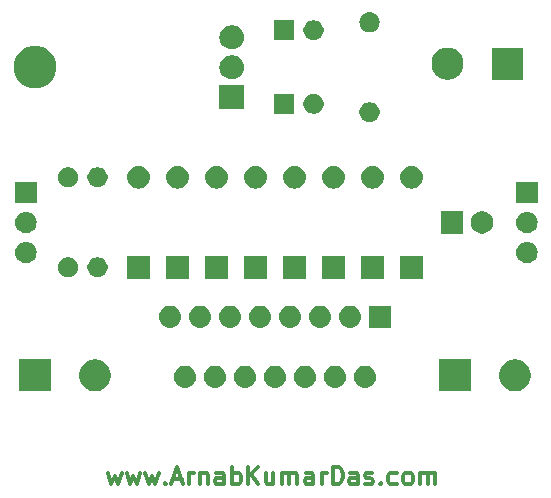
<source format=gbr>
G04 #@! TF.GenerationSoftware,KiCad,Pcbnew,(5.0.2)-1*
G04 #@! TF.CreationDate,2020-05-10T23:04:12+05:30*
G04 #@! TF.ProjectId,L298 Module,4c323938-204d-46f6-9475-6c652e6b6963,V1.0*
G04 #@! TF.SameCoordinates,Original*
G04 #@! TF.FileFunction,Soldermask,Top*
G04 #@! TF.FilePolarity,Negative*
%FSLAX46Y46*%
G04 Gerber Fmt 4.6, Leading zero omitted, Abs format (unit mm)*
G04 Created by KiCad (PCBNEW (5.0.2)-1) date 05/10/20 23:04:12*
%MOMM*%
%LPD*%
G01*
G04 APERTURE LIST*
%ADD10C,0.300000*%
%ADD11C,0.100000*%
G04 APERTURE END LIST*
D10*
X131921576Y-117960990D02*
X132207290Y-118960990D01*
X132493005Y-118246704D01*
X132778719Y-118960990D01*
X133064433Y-117960990D01*
X133493005Y-117960990D02*
X133778719Y-118960990D01*
X134064433Y-118246704D01*
X134350148Y-118960990D01*
X134635862Y-117960990D01*
X135064433Y-117960990D02*
X135350148Y-118960990D01*
X135635862Y-118246704D01*
X135921576Y-118960990D01*
X136207290Y-117960990D01*
X136778719Y-118818133D02*
X136850148Y-118889561D01*
X136778719Y-118960990D01*
X136707290Y-118889561D01*
X136778719Y-118818133D01*
X136778719Y-118960990D01*
X137421576Y-118532419D02*
X138135862Y-118532419D01*
X137278719Y-118960990D02*
X137778719Y-117460990D01*
X138278719Y-118960990D01*
X138778719Y-118960990D02*
X138778719Y-117960990D01*
X138778719Y-118246704D02*
X138850148Y-118103847D01*
X138921576Y-118032419D01*
X139064433Y-117960990D01*
X139207290Y-117960990D01*
X139707290Y-117960990D02*
X139707290Y-118960990D01*
X139707290Y-118103847D02*
X139778719Y-118032419D01*
X139921576Y-117960990D01*
X140135862Y-117960990D01*
X140278719Y-118032419D01*
X140350148Y-118175276D01*
X140350148Y-118960990D01*
X141707290Y-118960990D02*
X141707290Y-118175276D01*
X141635862Y-118032419D01*
X141493005Y-117960990D01*
X141207290Y-117960990D01*
X141064433Y-118032419D01*
X141707290Y-118889561D02*
X141564433Y-118960990D01*
X141207290Y-118960990D01*
X141064433Y-118889561D01*
X140993005Y-118746704D01*
X140993005Y-118603847D01*
X141064433Y-118460990D01*
X141207290Y-118389561D01*
X141564433Y-118389561D01*
X141707290Y-118318133D01*
X142421576Y-118960990D02*
X142421576Y-117460990D01*
X142421576Y-118032419D02*
X142564433Y-117960990D01*
X142850148Y-117960990D01*
X142993005Y-118032419D01*
X143064433Y-118103847D01*
X143135862Y-118246704D01*
X143135862Y-118675276D01*
X143064433Y-118818133D01*
X142993005Y-118889561D01*
X142850148Y-118960990D01*
X142564433Y-118960990D01*
X142421576Y-118889561D01*
X143778719Y-118960990D02*
X143778719Y-117460990D01*
X144635862Y-118960990D02*
X143993005Y-118103847D01*
X144635862Y-117460990D02*
X143778719Y-118318133D01*
X145921576Y-117960990D02*
X145921576Y-118960990D01*
X145278719Y-117960990D02*
X145278719Y-118746704D01*
X145350148Y-118889561D01*
X145493005Y-118960990D01*
X145707290Y-118960990D01*
X145850148Y-118889561D01*
X145921576Y-118818133D01*
X146635862Y-118960990D02*
X146635862Y-117960990D01*
X146635862Y-118103847D02*
X146707290Y-118032419D01*
X146850148Y-117960990D01*
X147064433Y-117960990D01*
X147207290Y-118032419D01*
X147278719Y-118175276D01*
X147278719Y-118960990D01*
X147278719Y-118175276D02*
X147350148Y-118032419D01*
X147493005Y-117960990D01*
X147707290Y-117960990D01*
X147850148Y-118032419D01*
X147921576Y-118175276D01*
X147921576Y-118960990D01*
X149278719Y-118960990D02*
X149278719Y-118175276D01*
X149207290Y-118032419D01*
X149064433Y-117960990D01*
X148778719Y-117960990D01*
X148635862Y-118032419D01*
X149278719Y-118889561D02*
X149135862Y-118960990D01*
X148778719Y-118960990D01*
X148635862Y-118889561D01*
X148564433Y-118746704D01*
X148564433Y-118603847D01*
X148635862Y-118460990D01*
X148778719Y-118389561D01*
X149135862Y-118389561D01*
X149278719Y-118318133D01*
X149993005Y-118960990D02*
X149993005Y-117960990D01*
X149993005Y-118246704D02*
X150064433Y-118103847D01*
X150135862Y-118032419D01*
X150278719Y-117960990D01*
X150421576Y-117960990D01*
X150921576Y-118960990D02*
X150921576Y-117460990D01*
X151278719Y-117460990D01*
X151493005Y-117532419D01*
X151635862Y-117675276D01*
X151707290Y-117818133D01*
X151778719Y-118103847D01*
X151778719Y-118318133D01*
X151707290Y-118603847D01*
X151635862Y-118746704D01*
X151493005Y-118889561D01*
X151278719Y-118960990D01*
X150921576Y-118960990D01*
X153064433Y-118960990D02*
X153064433Y-118175276D01*
X152993005Y-118032419D01*
X152850148Y-117960990D01*
X152564433Y-117960990D01*
X152421576Y-118032419D01*
X153064433Y-118889561D02*
X152921576Y-118960990D01*
X152564433Y-118960990D01*
X152421576Y-118889561D01*
X152350148Y-118746704D01*
X152350148Y-118603847D01*
X152421576Y-118460990D01*
X152564433Y-118389561D01*
X152921576Y-118389561D01*
X153064433Y-118318133D01*
X153707290Y-118889561D02*
X153850148Y-118960990D01*
X154135862Y-118960990D01*
X154278719Y-118889561D01*
X154350148Y-118746704D01*
X154350148Y-118675276D01*
X154278719Y-118532419D01*
X154135862Y-118460990D01*
X153921576Y-118460990D01*
X153778719Y-118389561D01*
X153707290Y-118246704D01*
X153707290Y-118175276D01*
X153778719Y-118032419D01*
X153921576Y-117960990D01*
X154135862Y-117960990D01*
X154278719Y-118032419D01*
X154993005Y-118818133D02*
X155064433Y-118889561D01*
X154993005Y-118960990D01*
X154921576Y-118889561D01*
X154993005Y-118818133D01*
X154993005Y-118960990D01*
X156350148Y-118889561D02*
X156207290Y-118960990D01*
X155921576Y-118960990D01*
X155778719Y-118889561D01*
X155707290Y-118818133D01*
X155635862Y-118675276D01*
X155635862Y-118246704D01*
X155707290Y-118103847D01*
X155778719Y-118032419D01*
X155921576Y-117960990D01*
X156207290Y-117960990D01*
X156350148Y-118032419D01*
X157207290Y-118960990D02*
X157064433Y-118889561D01*
X156993005Y-118818133D01*
X156921576Y-118675276D01*
X156921576Y-118246704D01*
X156993005Y-118103847D01*
X157064433Y-118032419D01*
X157207290Y-117960990D01*
X157421576Y-117960990D01*
X157564433Y-118032419D01*
X157635862Y-118103847D01*
X157707290Y-118246704D01*
X157707290Y-118675276D01*
X157635862Y-118818133D01*
X157564433Y-118889561D01*
X157421576Y-118960990D01*
X157207290Y-118960990D01*
X158350148Y-118960990D02*
X158350148Y-117960990D01*
X158350148Y-118103847D02*
X158421576Y-118032419D01*
X158564433Y-117960990D01*
X158778719Y-117960990D01*
X158921576Y-118032419D01*
X158993005Y-118175276D01*
X158993005Y-118960990D01*
X158993005Y-118175276D02*
X159064433Y-118032419D01*
X159207290Y-117960990D01*
X159421576Y-117960990D01*
X159564433Y-118032419D01*
X159635862Y-118175276D01*
X159635862Y-118960990D01*
D11*
G36*
X166633567Y-108402959D02*
X166764072Y-108428918D01*
X167009939Y-108530759D01*
X167230464Y-108678110D01*
X167231215Y-108678612D01*
X167419388Y-108866785D01*
X167419390Y-108866788D01*
X167567241Y-109088061D01*
X167669082Y-109333928D01*
X167721000Y-109594938D01*
X167721000Y-109861062D01*
X167669082Y-110122072D01*
X167567241Y-110367939D01*
X167419890Y-110588464D01*
X167419388Y-110589215D01*
X167231215Y-110777388D01*
X167231212Y-110777390D01*
X167009939Y-110925241D01*
X166764072Y-111027082D01*
X166633567Y-111053041D01*
X166503063Y-111079000D01*
X166236937Y-111079000D01*
X166106433Y-111053041D01*
X165975928Y-111027082D01*
X165730061Y-110925241D01*
X165508788Y-110777390D01*
X165508785Y-110777388D01*
X165320612Y-110589215D01*
X165320110Y-110588464D01*
X165172759Y-110367939D01*
X165070918Y-110122072D01*
X165019000Y-109861062D01*
X165019000Y-109594938D01*
X165070918Y-109333928D01*
X165172759Y-109088061D01*
X165320610Y-108866788D01*
X165320612Y-108866785D01*
X165508785Y-108678612D01*
X165509536Y-108678110D01*
X165730061Y-108530759D01*
X165975928Y-108428918D01*
X166106433Y-108402959D01*
X166236937Y-108377000D01*
X166503063Y-108377000D01*
X166633567Y-108402959D01*
X166633567Y-108402959D01*
G37*
G36*
X162641000Y-111079000D02*
X159939000Y-111079000D01*
X159939000Y-108377000D01*
X162641000Y-108377000D01*
X162641000Y-111079000D01*
X162641000Y-111079000D01*
G37*
G36*
X131073567Y-108402959D02*
X131204072Y-108428918D01*
X131449939Y-108530759D01*
X131670464Y-108678110D01*
X131671215Y-108678612D01*
X131859388Y-108866785D01*
X131859390Y-108866788D01*
X132007241Y-109088061D01*
X132109082Y-109333928D01*
X132161000Y-109594938D01*
X132161000Y-109861062D01*
X132109082Y-110122072D01*
X132007241Y-110367939D01*
X131859890Y-110588464D01*
X131859388Y-110589215D01*
X131671215Y-110777388D01*
X131671212Y-110777390D01*
X131449939Y-110925241D01*
X131204072Y-111027082D01*
X131073567Y-111053041D01*
X130943063Y-111079000D01*
X130676937Y-111079000D01*
X130546433Y-111053041D01*
X130415928Y-111027082D01*
X130170061Y-110925241D01*
X129948788Y-110777390D01*
X129948785Y-110777388D01*
X129760612Y-110589215D01*
X129760110Y-110588464D01*
X129612759Y-110367939D01*
X129510918Y-110122072D01*
X129459000Y-109861062D01*
X129459000Y-109594938D01*
X129510918Y-109333928D01*
X129612759Y-109088061D01*
X129760610Y-108866788D01*
X129760612Y-108866785D01*
X129948785Y-108678612D01*
X129949536Y-108678110D01*
X130170061Y-108530759D01*
X130415928Y-108428918D01*
X130546433Y-108402959D01*
X130676937Y-108377000D01*
X130943063Y-108377000D01*
X131073567Y-108402959D01*
X131073567Y-108402959D01*
G37*
G36*
X127081000Y-111079000D02*
X124379000Y-111079000D01*
X124379000Y-108377000D01*
X127081000Y-108377000D01*
X127081000Y-111079000D01*
X127081000Y-111079000D01*
G37*
G36*
X146236425Y-108917760D02*
X146236428Y-108917761D01*
X146236429Y-108917761D01*
X146415693Y-108972140D01*
X146415695Y-108972141D01*
X146580905Y-109060448D01*
X146725712Y-109179288D01*
X146844552Y-109324095D01*
X146844553Y-109324097D01*
X146932860Y-109489307D01*
X146987239Y-109668571D01*
X146987240Y-109668575D01*
X147005601Y-109855000D01*
X146987240Y-110041425D01*
X146987239Y-110041428D01*
X146987239Y-110041429D01*
X146962777Y-110122071D01*
X146932859Y-110220695D01*
X146844552Y-110385905D01*
X146725712Y-110530712D01*
X146580905Y-110649552D01*
X146580903Y-110649553D01*
X146415693Y-110737860D01*
X146236429Y-110792239D01*
X146236428Y-110792239D01*
X146236425Y-110792240D01*
X146096718Y-110806000D01*
X146003282Y-110806000D01*
X145863575Y-110792240D01*
X145863572Y-110792239D01*
X145863571Y-110792239D01*
X145684307Y-110737860D01*
X145519097Y-110649553D01*
X145519095Y-110649552D01*
X145374288Y-110530712D01*
X145255448Y-110385905D01*
X145167141Y-110220695D01*
X145137224Y-110122071D01*
X145112761Y-110041429D01*
X145112761Y-110041428D01*
X145112760Y-110041425D01*
X145094399Y-109855000D01*
X145112760Y-109668575D01*
X145112761Y-109668571D01*
X145167140Y-109489307D01*
X145255447Y-109324097D01*
X145255448Y-109324095D01*
X145374288Y-109179288D01*
X145519095Y-109060448D01*
X145684305Y-108972141D01*
X145684307Y-108972140D01*
X145863571Y-108917761D01*
X145863572Y-108917761D01*
X145863575Y-108917760D01*
X146003282Y-108904000D01*
X146096718Y-108904000D01*
X146236425Y-108917760D01*
X146236425Y-108917760D01*
G37*
G36*
X153856425Y-108917760D02*
X153856428Y-108917761D01*
X153856429Y-108917761D01*
X154035693Y-108972140D01*
X154035695Y-108972141D01*
X154200905Y-109060448D01*
X154345712Y-109179288D01*
X154464552Y-109324095D01*
X154464553Y-109324097D01*
X154552860Y-109489307D01*
X154607239Y-109668571D01*
X154607240Y-109668575D01*
X154625601Y-109855000D01*
X154607240Y-110041425D01*
X154607239Y-110041428D01*
X154607239Y-110041429D01*
X154582777Y-110122071D01*
X154552859Y-110220695D01*
X154464552Y-110385905D01*
X154345712Y-110530712D01*
X154200905Y-110649552D01*
X154200903Y-110649553D01*
X154035693Y-110737860D01*
X153856429Y-110792239D01*
X153856428Y-110792239D01*
X153856425Y-110792240D01*
X153716718Y-110806000D01*
X153623282Y-110806000D01*
X153483575Y-110792240D01*
X153483572Y-110792239D01*
X153483571Y-110792239D01*
X153304307Y-110737860D01*
X153139097Y-110649553D01*
X153139095Y-110649552D01*
X152994288Y-110530712D01*
X152875448Y-110385905D01*
X152787141Y-110220695D01*
X152757224Y-110122071D01*
X152732761Y-110041429D01*
X152732761Y-110041428D01*
X152732760Y-110041425D01*
X152714399Y-109855000D01*
X152732760Y-109668575D01*
X152732761Y-109668571D01*
X152787140Y-109489307D01*
X152875447Y-109324097D01*
X152875448Y-109324095D01*
X152994288Y-109179288D01*
X153139095Y-109060448D01*
X153304305Y-108972141D01*
X153304307Y-108972140D01*
X153483571Y-108917761D01*
X153483572Y-108917761D01*
X153483575Y-108917760D01*
X153623282Y-108904000D01*
X153716718Y-108904000D01*
X153856425Y-108917760D01*
X153856425Y-108917760D01*
G37*
G36*
X151316425Y-108917760D02*
X151316428Y-108917761D01*
X151316429Y-108917761D01*
X151495693Y-108972140D01*
X151495695Y-108972141D01*
X151660905Y-109060448D01*
X151805712Y-109179288D01*
X151924552Y-109324095D01*
X151924553Y-109324097D01*
X152012860Y-109489307D01*
X152067239Y-109668571D01*
X152067240Y-109668575D01*
X152085601Y-109855000D01*
X152067240Y-110041425D01*
X152067239Y-110041428D01*
X152067239Y-110041429D01*
X152042777Y-110122071D01*
X152012859Y-110220695D01*
X151924552Y-110385905D01*
X151805712Y-110530712D01*
X151660905Y-110649552D01*
X151660903Y-110649553D01*
X151495693Y-110737860D01*
X151316429Y-110792239D01*
X151316428Y-110792239D01*
X151316425Y-110792240D01*
X151176718Y-110806000D01*
X151083282Y-110806000D01*
X150943575Y-110792240D01*
X150943572Y-110792239D01*
X150943571Y-110792239D01*
X150764307Y-110737860D01*
X150599097Y-110649553D01*
X150599095Y-110649552D01*
X150454288Y-110530712D01*
X150335448Y-110385905D01*
X150247141Y-110220695D01*
X150217224Y-110122071D01*
X150192761Y-110041429D01*
X150192761Y-110041428D01*
X150192760Y-110041425D01*
X150174399Y-109855000D01*
X150192760Y-109668575D01*
X150192761Y-109668571D01*
X150247140Y-109489307D01*
X150335447Y-109324097D01*
X150335448Y-109324095D01*
X150454288Y-109179288D01*
X150599095Y-109060448D01*
X150764305Y-108972141D01*
X150764307Y-108972140D01*
X150943571Y-108917761D01*
X150943572Y-108917761D01*
X150943575Y-108917760D01*
X151083282Y-108904000D01*
X151176718Y-108904000D01*
X151316425Y-108917760D01*
X151316425Y-108917760D01*
G37*
G36*
X148776425Y-108917760D02*
X148776428Y-108917761D01*
X148776429Y-108917761D01*
X148955693Y-108972140D01*
X148955695Y-108972141D01*
X149120905Y-109060448D01*
X149265712Y-109179288D01*
X149384552Y-109324095D01*
X149384553Y-109324097D01*
X149472860Y-109489307D01*
X149527239Y-109668571D01*
X149527240Y-109668575D01*
X149545601Y-109855000D01*
X149527240Y-110041425D01*
X149527239Y-110041428D01*
X149527239Y-110041429D01*
X149502777Y-110122071D01*
X149472859Y-110220695D01*
X149384552Y-110385905D01*
X149265712Y-110530712D01*
X149120905Y-110649552D01*
X149120903Y-110649553D01*
X148955693Y-110737860D01*
X148776429Y-110792239D01*
X148776428Y-110792239D01*
X148776425Y-110792240D01*
X148636718Y-110806000D01*
X148543282Y-110806000D01*
X148403575Y-110792240D01*
X148403572Y-110792239D01*
X148403571Y-110792239D01*
X148224307Y-110737860D01*
X148059097Y-110649553D01*
X148059095Y-110649552D01*
X147914288Y-110530712D01*
X147795448Y-110385905D01*
X147707141Y-110220695D01*
X147677224Y-110122071D01*
X147652761Y-110041429D01*
X147652761Y-110041428D01*
X147652760Y-110041425D01*
X147634399Y-109855000D01*
X147652760Y-109668575D01*
X147652761Y-109668571D01*
X147707140Y-109489307D01*
X147795447Y-109324097D01*
X147795448Y-109324095D01*
X147914288Y-109179288D01*
X148059095Y-109060448D01*
X148224305Y-108972141D01*
X148224307Y-108972140D01*
X148403571Y-108917761D01*
X148403572Y-108917761D01*
X148403575Y-108917760D01*
X148543282Y-108904000D01*
X148636718Y-108904000D01*
X148776425Y-108917760D01*
X148776425Y-108917760D01*
G37*
G36*
X143696425Y-108917760D02*
X143696428Y-108917761D01*
X143696429Y-108917761D01*
X143875693Y-108972140D01*
X143875695Y-108972141D01*
X144040905Y-109060448D01*
X144185712Y-109179288D01*
X144304552Y-109324095D01*
X144304553Y-109324097D01*
X144392860Y-109489307D01*
X144447239Y-109668571D01*
X144447240Y-109668575D01*
X144465601Y-109855000D01*
X144447240Y-110041425D01*
X144447239Y-110041428D01*
X144447239Y-110041429D01*
X144422777Y-110122071D01*
X144392859Y-110220695D01*
X144304552Y-110385905D01*
X144185712Y-110530712D01*
X144040905Y-110649552D01*
X144040903Y-110649553D01*
X143875693Y-110737860D01*
X143696429Y-110792239D01*
X143696428Y-110792239D01*
X143696425Y-110792240D01*
X143556718Y-110806000D01*
X143463282Y-110806000D01*
X143323575Y-110792240D01*
X143323572Y-110792239D01*
X143323571Y-110792239D01*
X143144307Y-110737860D01*
X142979097Y-110649553D01*
X142979095Y-110649552D01*
X142834288Y-110530712D01*
X142715448Y-110385905D01*
X142627141Y-110220695D01*
X142597224Y-110122071D01*
X142572761Y-110041429D01*
X142572761Y-110041428D01*
X142572760Y-110041425D01*
X142554399Y-109855000D01*
X142572760Y-109668575D01*
X142572761Y-109668571D01*
X142627140Y-109489307D01*
X142715447Y-109324097D01*
X142715448Y-109324095D01*
X142834288Y-109179288D01*
X142979095Y-109060448D01*
X143144305Y-108972141D01*
X143144307Y-108972140D01*
X143323571Y-108917761D01*
X143323572Y-108917761D01*
X143323575Y-108917760D01*
X143463282Y-108904000D01*
X143556718Y-108904000D01*
X143696425Y-108917760D01*
X143696425Y-108917760D01*
G37*
G36*
X141156425Y-108917760D02*
X141156428Y-108917761D01*
X141156429Y-108917761D01*
X141335693Y-108972140D01*
X141335695Y-108972141D01*
X141500905Y-109060448D01*
X141645712Y-109179288D01*
X141764552Y-109324095D01*
X141764553Y-109324097D01*
X141852860Y-109489307D01*
X141907239Y-109668571D01*
X141907240Y-109668575D01*
X141925601Y-109855000D01*
X141907240Y-110041425D01*
X141907239Y-110041428D01*
X141907239Y-110041429D01*
X141882777Y-110122071D01*
X141852859Y-110220695D01*
X141764552Y-110385905D01*
X141645712Y-110530712D01*
X141500905Y-110649552D01*
X141500903Y-110649553D01*
X141335693Y-110737860D01*
X141156429Y-110792239D01*
X141156428Y-110792239D01*
X141156425Y-110792240D01*
X141016718Y-110806000D01*
X140923282Y-110806000D01*
X140783575Y-110792240D01*
X140783572Y-110792239D01*
X140783571Y-110792239D01*
X140604307Y-110737860D01*
X140439097Y-110649553D01*
X140439095Y-110649552D01*
X140294288Y-110530712D01*
X140175448Y-110385905D01*
X140087141Y-110220695D01*
X140057224Y-110122071D01*
X140032761Y-110041429D01*
X140032761Y-110041428D01*
X140032760Y-110041425D01*
X140014399Y-109855000D01*
X140032760Y-109668575D01*
X140032761Y-109668571D01*
X140087140Y-109489307D01*
X140175447Y-109324097D01*
X140175448Y-109324095D01*
X140294288Y-109179288D01*
X140439095Y-109060448D01*
X140604305Y-108972141D01*
X140604307Y-108972140D01*
X140783571Y-108917761D01*
X140783572Y-108917761D01*
X140783575Y-108917760D01*
X140923282Y-108904000D01*
X141016718Y-108904000D01*
X141156425Y-108917760D01*
X141156425Y-108917760D01*
G37*
G36*
X138616425Y-108917760D02*
X138616428Y-108917761D01*
X138616429Y-108917761D01*
X138795693Y-108972140D01*
X138795695Y-108972141D01*
X138960905Y-109060448D01*
X139105712Y-109179288D01*
X139224552Y-109324095D01*
X139224553Y-109324097D01*
X139312860Y-109489307D01*
X139367239Y-109668571D01*
X139367240Y-109668575D01*
X139385601Y-109855000D01*
X139367240Y-110041425D01*
X139367239Y-110041428D01*
X139367239Y-110041429D01*
X139342777Y-110122071D01*
X139312859Y-110220695D01*
X139224552Y-110385905D01*
X139105712Y-110530712D01*
X138960905Y-110649552D01*
X138960903Y-110649553D01*
X138795693Y-110737860D01*
X138616429Y-110792239D01*
X138616428Y-110792239D01*
X138616425Y-110792240D01*
X138476718Y-110806000D01*
X138383282Y-110806000D01*
X138243575Y-110792240D01*
X138243572Y-110792239D01*
X138243571Y-110792239D01*
X138064307Y-110737860D01*
X137899097Y-110649553D01*
X137899095Y-110649552D01*
X137754288Y-110530712D01*
X137635448Y-110385905D01*
X137547141Y-110220695D01*
X137517224Y-110122071D01*
X137492761Y-110041429D01*
X137492761Y-110041428D01*
X137492760Y-110041425D01*
X137474399Y-109855000D01*
X137492760Y-109668575D01*
X137492761Y-109668571D01*
X137547140Y-109489307D01*
X137635447Y-109324097D01*
X137635448Y-109324095D01*
X137754288Y-109179288D01*
X137899095Y-109060448D01*
X138064305Y-108972141D01*
X138064307Y-108972140D01*
X138243571Y-108917761D01*
X138243572Y-108917761D01*
X138243575Y-108917760D01*
X138383282Y-108904000D01*
X138476718Y-108904000D01*
X138616425Y-108917760D01*
X138616425Y-108917760D01*
G37*
G36*
X152586425Y-103837760D02*
X152586428Y-103837761D01*
X152586429Y-103837761D01*
X152765693Y-103892140D01*
X152765695Y-103892141D01*
X152930905Y-103980448D01*
X153075712Y-104099288D01*
X153194552Y-104244095D01*
X153282859Y-104409305D01*
X153337240Y-104588575D01*
X153355601Y-104775000D01*
X153337240Y-104961425D01*
X153282859Y-105140695D01*
X153194552Y-105305905D01*
X153075712Y-105450712D01*
X152930905Y-105569552D01*
X152930903Y-105569553D01*
X152765693Y-105657860D01*
X152586429Y-105712239D01*
X152586428Y-105712239D01*
X152586425Y-105712240D01*
X152446718Y-105726000D01*
X152353282Y-105726000D01*
X152213575Y-105712240D01*
X152213572Y-105712239D01*
X152213571Y-105712239D01*
X152034307Y-105657860D01*
X151869097Y-105569553D01*
X151869095Y-105569552D01*
X151724288Y-105450712D01*
X151605448Y-105305905D01*
X151517141Y-105140695D01*
X151462760Y-104961425D01*
X151444399Y-104775000D01*
X151462760Y-104588575D01*
X151517141Y-104409305D01*
X151605448Y-104244095D01*
X151724288Y-104099288D01*
X151869095Y-103980448D01*
X152034305Y-103892141D01*
X152034307Y-103892140D01*
X152213571Y-103837761D01*
X152213572Y-103837761D01*
X152213575Y-103837760D01*
X152353282Y-103824000D01*
X152446718Y-103824000D01*
X152586425Y-103837760D01*
X152586425Y-103837760D01*
G37*
G36*
X137346425Y-103837760D02*
X137346428Y-103837761D01*
X137346429Y-103837761D01*
X137525693Y-103892140D01*
X137525695Y-103892141D01*
X137690905Y-103980448D01*
X137835712Y-104099288D01*
X137954552Y-104244095D01*
X138042859Y-104409305D01*
X138097240Y-104588575D01*
X138115601Y-104775000D01*
X138097240Y-104961425D01*
X138042859Y-105140695D01*
X137954552Y-105305905D01*
X137835712Y-105450712D01*
X137690905Y-105569552D01*
X137690903Y-105569553D01*
X137525693Y-105657860D01*
X137346429Y-105712239D01*
X137346428Y-105712239D01*
X137346425Y-105712240D01*
X137206718Y-105726000D01*
X137113282Y-105726000D01*
X136973575Y-105712240D01*
X136973572Y-105712239D01*
X136973571Y-105712239D01*
X136794307Y-105657860D01*
X136629097Y-105569553D01*
X136629095Y-105569552D01*
X136484288Y-105450712D01*
X136365448Y-105305905D01*
X136277141Y-105140695D01*
X136222760Y-104961425D01*
X136204399Y-104775000D01*
X136222760Y-104588575D01*
X136277141Y-104409305D01*
X136365448Y-104244095D01*
X136484288Y-104099288D01*
X136629095Y-103980448D01*
X136794305Y-103892141D01*
X136794307Y-103892140D01*
X136973571Y-103837761D01*
X136973572Y-103837761D01*
X136973575Y-103837760D01*
X137113282Y-103824000D01*
X137206718Y-103824000D01*
X137346425Y-103837760D01*
X137346425Y-103837760D01*
G37*
G36*
X155891000Y-105726000D02*
X153989000Y-105726000D01*
X153989000Y-103824000D01*
X155891000Y-103824000D01*
X155891000Y-105726000D01*
X155891000Y-105726000D01*
G37*
G36*
X150046425Y-103837760D02*
X150046428Y-103837761D01*
X150046429Y-103837761D01*
X150225693Y-103892140D01*
X150225695Y-103892141D01*
X150390905Y-103980448D01*
X150535712Y-104099288D01*
X150654552Y-104244095D01*
X150742859Y-104409305D01*
X150797240Y-104588575D01*
X150815601Y-104775000D01*
X150797240Y-104961425D01*
X150742859Y-105140695D01*
X150654552Y-105305905D01*
X150535712Y-105450712D01*
X150390905Y-105569552D01*
X150390903Y-105569553D01*
X150225693Y-105657860D01*
X150046429Y-105712239D01*
X150046428Y-105712239D01*
X150046425Y-105712240D01*
X149906718Y-105726000D01*
X149813282Y-105726000D01*
X149673575Y-105712240D01*
X149673572Y-105712239D01*
X149673571Y-105712239D01*
X149494307Y-105657860D01*
X149329097Y-105569553D01*
X149329095Y-105569552D01*
X149184288Y-105450712D01*
X149065448Y-105305905D01*
X148977141Y-105140695D01*
X148922760Y-104961425D01*
X148904399Y-104775000D01*
X148922760Y-104588575D01*
X148977141Y-104409305D01*
X149065448Y-104244095D01*
X149184288Y-104099288D01*
X149329095Y-103980448D01*
X149494305Y-103892141D01*
X149494307Y-103892140D01*
X149673571Y-103837761D01*
X149673572Y-103837761D01*
X149673575Y-103837760D01*
X149813282Y-103824000D01*
X149906718Y-103824000D01*
X150046425Y-103837760D01*
X150046425Y-103837760D01*
G37*
G36*
X147506425Y-103837760D02*
X147506428Y-103837761D01*
X147506429Y-103837761D01*
X147685693Y-103892140D01*
X147685695Y-103892141D01*
X147850905Y-103980448D01*
X147995712Y-104099288D01*
X148114552Y-104244095D01*
X148202859Y-104409305D01*
X148257240Y-104588575D01*
X148275601Y-104775000D01*
X148257240Y-104961425D01*
X148202859Y-105140695D01*
X148114552Y-105305905D01*
X147995712Y-105450712D01*
X147850905Y-105569552D01*
X147850903Y-105569553D01*
X147685693Y-105657860D01*
X147506429Y-105712239D01*
X147506428Y-105712239D01*
X147506425Y-105712240D01*
X147366718Y-105726000D01*
X147273282Y-105726000D01*
X147133575Y-105712240D01*
X147133572Y-105712239D01*
X147133571Y-105712239D01*
X146954307Y-105657860D01*
X146789097Y-105569553D01*
X146789095Y-105569552D01*
X146644288Y-105450712D01*
X146525448Y-105305905D01*
X146437141Y-105140695D01*
X146382760Y-104961425D01*
X146364399Y-104775000D01*
X146382760Y-104588575D01*
X146437141Y-104409305D01*
X146525448Y-104244095D01*
X146644288Y-104099288D01*
X146789095Y-103980448D01*
X146954305Y-103892141D01*
X146954307Y-103892140D01*
X147133571Y-103837761D01*
X147133572Y-103837761D01*
X147133575Y-103837760D01*
X147273282Y-103824000D01*
X147366718Y-103824000D01*
X147506425Y-103837760D01*
X147506425Y-103837760D01*
G37*
G36*
X139886425Y-103837760D02*
X139886428Y-103837761D01*
X139886429Y-103837761D01*
X140065693Y-103892140D01*
X140065695Y-103892141D01*
X140230905Y-103980448D01*
X140375712Y-104099288D01*
X140494552Y-104244095D01*
X140582859Y-104409305D01*
X140637240Y-104588575D01*
X140655601Y-104775000D01*
X140637240Y-104961425D01*
X140582859Y-105140695D01*
X140494552Y-105305905D01*
X140375712Y-105450712D01*
X140230905Y-105569552D01*
X140230903Y-105569553D01*
X140065693Y-105657860D01*
X139886429Y-105712239D01*
X139886428Y-105712239D01*
X139886425Y-105712240D01*
X139746718Y-105726000D01*
X139653282Y-105726000D01*
X139513575Y-105712240D01*
X139513572Y-105712239D01*
X139513571Y-105712239D01*
X139334307Y-105657860D01*
X139169097Y-105569553D01*
X139169095Y-105569552D01*
X139024288Y-105450712D01*
X138905448Y-105305905D01*
X138817141Y-105140695D01*
X138762760Y-104961425D01*
X138744399Y-104775000D01*
X138762760Y-104588575D01*
X138817141Y-104409305D01*
X138905448Y-104244095D01*
X139024288Y-104099288D01*
X139169095Y-103980448D01*
X139334305Y-103892141D01*
X139334307Y-103892140D01*
X139513571Y-103837761D01*
X139513572Y-103837761D01*
X139513575Y-103837760D01*
X139653282Y-103824000D01*
X139746718Y-103824000D01*
X139886425Y-103837760D01*
X139886425Y-103837760D01*
G37*
G36*
X144966425Y-103837760D02*
X144966428Y-103837761D01*
X144966429Y-103837761D01*
X145145693Y-103892140D01*
X145145695Y-103892141D01*
X145310905Y-103980448D01*
X145455712Y-104099288D01*
X145574552Y-104244095D01*
X145662859Y-104409305D01*
X145717240Y-104588575D01*
X145735601Y-104775000D01*
X145717240Y-104961425D01*
X145662859Y-105140695D01*
X145574552Y-105305905D01*
X145455712Y-105450712D01*
X145310905Y-105569552D01*
X145310903Y-105569553D01*
X145145693Y-105657860D01*
X144966429Y-105712239D01*
X144966428Y-105712239D01*
X144966425Y-105712240D01*
X144826718Y-105726000D01*
X144733282Y-105726000D01*
X144593575Y-105712240D01*
X144593572Y-105712239D01*
X144593571Y-105712239D01*
X144414307Y-105657860D01*
X144249097Y-105569553D01*
X144249095Y-105569552D01*
X144104288Y-105450712D01*
X143985448Y-105305905D01*
X143897141Y-105140695D01*
X143842760Y-104961425D01*
X143824399Y-104775000D01*
X143842760Y-104588575D01*
X143897141Y-104409305D01*
X143985448Y-104244095D01*
X144104288Y-104099288D01*
X144249095Y-103980448D01*
X144414305Y-103892141D01*
X144414307Y-103892140D01*
X144593571Y-103837761D01*
X144593572Y-103837761D01*
X144593575Y-103837760D01*
X144733282Y-103824000D01*
X144826718Y-103824000D01*
X144966425Y-103837760D01*
X144966425Y-103837760D01*
G37*
G36*
X142426425Y-103837760D02*
X142426428Y-103837761D01*
X142426429Y-103837761D01*
X142605693Y-103892140D01*
X142605695Y-103892141D01*
X142770905Y-103980448D01*
X142915712Y-104099288D01*
X143034552Y-104244095D01*
X143122859Y-104409305D01*
X143177240Y-104588575D01*
X143195601Y-104775000D01*
X143177240Y-104961425D01*
X143122859Y-105140695D01*
X143034552Y-105305905D01*
X142915712Y-105450712D01*
X142770905Y-105569552D01*
X142770903Y-105569553D01*
X142605693Y-105657860D01*
X142426429Y-105712239D01*
X142426428Y-105712239D01*
X142426425Y-105712240D01*
X142286718Y-105726000D01*
X142193282Y-105726000D01*
X142053575Y-105712240D01*
X142053572Y-105712239D01*
X142053571Y-105712239D01*
X141874307Y-105657860D01*
X141709097Y-105569553D01*
X141709095Y-105569552D01*
X141564288Y-105450712D01*
X141445448Y-105305905D01*
X141357141Y-105140695D01*
X141302760Y-104961425D01*
X141284399Y-104775000D01*
X141302760Y-104588575D01*
X141357141Y-104409305D01*
X141445448Y-104244095D01*
X141564288Y-104099288D01*
X141709095Y-103980448D01*
X141874305Y-103892141D01*
X141874307Y-103892140D01*
X142053571Y-103837761D01*
X142053572Y-103837761D01*
X142053575Y-103837760D01*
X142193282Y-103824000D01*
X142286718Y-103824000D01*
X142426425Y-103837760D01*
X142426425Y-103837760D01*
G37*
G36*
X138746000Y-101535000D02*
X136844000Y-101535000D01*
X136844000Y-99633000D01*
X138746000Y-99633000D01*
X138746000Y-101535000D01*
X138746000Y-101535000D01*
G37*
G36*
X148652000Y-101535000D02*
X146750000Y-101535000D01*
X146750000Y-99633000D01*
X148652000Y-99633000D01*
X148652000Y-101535000D01*
X148652000Y-101535000D01*
G37*
G36*
X142048000Y-101535000D02*
X140146000Y-101535000D01*
X140146000Y-99633000D01*
X142048000Y-99633000D01*
X142048000Y-101535000D01*
X142048000Y-101535000D01*
G37*
G36*
X158558000Y-101535000D02*
X156656000Y-101535000D01*
X156656000Y-99633000D01*
X158558000Y-99633000D01*
X158558000Y-101535000D01*
X158558000Y-101535000D01*
G37*
G36*
X145350000Y-101535000D02*
X143448000Y-101535000D01*
X143448000Y-99633000D01*
X145350000Y-99633000D01*
X145350000Y-101535000D01*
X145350000Y-101535000D01*
G37*
G36*
X155256000Y-101535000D02*
X153354000Y-101535000D01*
X153354000Y-99633000D01*
X155256000Y-99633000D01*
X155256000Y-101535000D01*
X155256000Y-101535000D01*
G37*
G36*
X151954000Y-101535000D02*
X150052000Y-101535000D01*
X150052000Y-99633000D01*
X151954000Y-99633000D01*
X151954000Y-101535000D01*
X151954000Y-101535000D01*
G37*
G36*
X135444000Y-101535000D02*
X133542000Y-101535000D01*
X133542000Y-99633000D01*
X135444000Y-99633000D01*
X135444000Y-101535000D01*
X135444000Y-101535000D01*
G37*
G36*
X131272228Y-99765703D02*
X131427100Y-99829853D01*
X131566481Y-99922985D01*
X131685015Y-100041519D01*
X131778147Y-100180900D01*
X131842297Y-100335772D01*
X131875000Y-100500184D01*
X131875000Y-100667816D01*
X131842297Y-100832228D01*
X131778147Y-100987100D01*
X131685015Y-101126481D01*
X131566481Y-101245015D01*
X131427100Y-101338147D01*
X131272228Y-101402297D01*
X131107816Y-101435000D01*
X130940184Y-101435000D01*
X130775772Y-101402297D01*
X130620900Y-101338147D01*
X130481519Y-101245015D01*
X130362985Y-101126481D01*
X130269853Y-100987100D01*
X130205703Y-100832228D01*
X130173000Y-100667816D01*
X130173000Y-100500184D01*
X130205703Y-100335772D01*
X130269853Y-100180900D01*
X130362985Y-100041519D01*
X130481519Y-99922985D01*
X130620900Y-99829853D01*
X130775772Y-99765703D01*
X130940184Y-99733000D01*
X131107816Y-99733000D01*
X131272228Y-99765703D01*
X131272228Y-99765703D01*
G37*
G36*
X128772228Y-99765703D02*
X128927100Y-99829853D01*
X129066481Y-99922985D01*
X129185015Y-100041519D01*
X129278147Y-100180900D01*
X129342297Y-100335772D01*
X129375000Y-100500184D01*
X129375000Y-100667816D01*
X129342297Y-100832228D01*
X129278147Y-100987100D01*
X129185015Y-101126481D01*
X129066481Y-101245015D01*
X128927100Y-101338147D01*
X128772228Y-101402297D01*
X128607816Y-101435000D01*
X128440184Y-101435000D01*
X128275772Y-101402297D01*
X128120900Y-101338147D01*
X127981519Y-101245015D01*
X127862985Y-101126481D01*
X127769853Y-100987100D01*
X127705703Y-100832228D01*
X127673000Y-100667816D01*
X127673000Y-100500184D01*
X127705703Y-100335772D01*
X127769853Y-100180900D01*
X127862985Y-100041519D01*
X127981519Y-99922985D01*
X128120900Y-99829853D01*
X128275772Y-99765703D01*
X128440184Y-99733000D01*
X128607816Y-99733000D01*
X128772228Y-99765703D01*
X128772228Y-99765703D01*
G37*
G36*
X167496442Y-98434518D02*
X167562627Y-98441037D01*
X167675853Y-98475384D01*
X167732467Y-98492557D01*
X167871087Y-98566652D01*
X167888991Y-98576222D01*
X167924729Y-98605552D01*
X168026186Y-98688814D01*
X168109448Y-98790271D01*
X168138778Y-98826009D01*
X168138779Y-98826011D01*
X168222443Y-98982533D01*
X168222443Y-98982534D01*
X168273963Y-99152373D01*
X168291359Y-99329000D01*
X168273963Y-99505627D01*
X168239616Y-99618853D01*
X168222443Y-99675467D01*
X168148348Y-99814087D01*
X168138778Y-99831991D01*
X168109448Y-99867729D01*
X168026186Y-99969186D01*
X167924729Y-100052448D01*
X167888991Y-100081778D01*
X167888989Y-100081779D01*
X167732467Y-100165443D01*
X167681511Y-100180900D01*
X167562627Y-100216963D01*
X167496443Y-100223481D01*
X167430260Y-100230000D01*
X167341740Y-100230000D01*
X167275557Y-100223481D01*
X167209373Y-100216963D01*
X167090489Y-100180900D01*
X167039533Y-100165443D01*
X166883011Y-100081779D01*
X166883009Y-100081778D01*
X166847271Y-100052448D01*
X166745814Y-99969186D01*
X166662552Y-99867729D01*
X166633222Y-99831991D01*
X166623652Y-99814087D01*
X166549557Y-99675467D01*
X166532384Y-99618853D01*
X166498037Y-99505627D01*
X166480641Y-99329000D01*
X166498037Y-99152373D01*
X166549557Y-98982534D01*
X166549557Y-98982533D01*
X166633221Y-98826011D01*
X166633222Y-98826009D01*
X166662552Y-98790271D01*
X166745814Y-98688814D01*
X166847271Y-98605552D01*
X166883009Y-98576222D01*
X166900913Y-98566652D01*
X167039533Y-98492557D01*
X167096147Y-98475384D01*
X167209373Y-98441037D01*
X167275557Y-98434519D01*
X167341740Y-98428000D01*
X167430260Y-98428000D01*
X167496442Y-98434518D01*
X167496442Y-98434518D01*
G37*
G36*
X125078442Y-98434518D02*
X125144627Y-98441037D01*
X125257853Y-98475384D01*
X125314467Y-98492557D01*
X125453087Y-98566652D01*
X125470991Y-98576222D01*
X125506729Y-98605552D01*
X125608186Y-98688814D01*
X125691448Y-98790271D01*
X125720778Y-98826009D01*
X125720779Y-98826011D01*
X125804443Y-98982533D01*
X125804443Y-98982534D01*
X125855963Y-99152373D01*
X125873359Y-99329000D01*
X125855963Y-99505627D01*
X125821616Y-99618853D01*
X125804443Y-99675467D01*
X125730348Y-99814087D01*
X125720778Y-99831991D01*
X125691448Y-99867729D01*
X125608186Y-99969186D01*
X125506729Y-100052448D01*
X125470991Y-100081778D01*
X125470989Y-100081779D01*
X125314467Y-100165443D01*
X125263511Y-100180900D01*
X125144627Y-100216963D01*
X125078443Y-100223481D01*
X125012260Y-100230000D01*
X124923740Y-100230000D01*
X124857557Y-100223481D01*
X124791373Y-100216963D01*
X124672489Y-100180900D01*
X124621533Y-100165443D01*
X124465011Y-100081779D01*
X124465009Y-100081778D01*
X124429271Y-100052448D01*
X124327814Y-99969186D01*
X124244552Y-99867729D01*
X124215222Y-99831991D01*
X124205652Y-99814087D01*
X124131557Y-99675467D01*
X124114384Y-99618853D01*
X124080037Y-99505627D01*
X124062641Y-99329000D01*
X124080037Y-99152373D01*
X124131557Y-98982534D01*
X124131557Y-98982533D01*
X124215221Y-98826011D01*
X124215222Y-98826009D01*
X124244552Y-98790271D01*
X124327814Y-98688814D01*
X124429271Y-98605552D01*
X124465009Y-98576222D01*
X124482913Y-98566652D01*
X124621533Y-98492557D01*
X124678147Y-98475384D01*
X124791373Y-98441037D01*
X124857557Y-98434519D01*
X124923740Y-98428000D01*
X125012260Y-98428000D01*
X125078442Y-98434518D01*
X125078442Y-98434518D01*
G37*
G36*
X163853396Y-95859546D02*
X164026466Y-95931234D01*
X164182230Y-96035312D01*
X164314688Y-96167770D01*
X164418766Y-96323534D01*
X164490454Y-96496604D01*
X164527000Y-96680333D01*
X164527000Y-96867667D01*
X164490454Y-97051396D01*
X164418766Y-97224466D01*
X164314688Y-97380230D01*
X164182230Y-97512688D01*
X164026466Y-97616766D01*
X163853396Y-97688454D01*
X163669667Y-97725000D01*
X163482333Y-97725000D01*
X163298604Y-97688454D01*
X163125534Y-97616766D01*
X162969770Y-97512688D01*
X162837312Y-97380230D01*
X162733234Y-97224466D01*
X162661546Y-97051396D01*
X162625000Y-96867667D01*
X162625000Y-96680333D01*
X162661546Y-96496604D01*
X162733234Y-96323534D01*
X162837312Y-96167770D01*
X162969770Y-96035312D01*
X163125534Y-95931234D01*
X163298604Y-95859546D01*
X163482333Y-95823000D01*
X163669667Y-95823000D01*
X163853396Y-95859546D01*
X163853396Y-95859546D01*
G37*
G36*
X161987000Y-97725000D02*
X160085000Y-97725000D01*
X160085000Y-95823000D01*
X161987000Y-95823000D01*
X161987000Y-97725000D01*
X161987000Y-97725000D01*
G37*
G36*
X167496443Y-95894519D02*
X167562627Y-95901037D01*
X167675853Y-95935384D01*
X167732467Y-95952557D01*
X167871087Y-96026652D01*
X167888991Y-96036222D01*
X167924729Y-96065552D01*
X168026186Y-96148814D01*
X168109448Y-96250271D01*
X168138778Y-96286009D01*
X168138779Y-96286011D01*
X168222443Y-96442533D01*
X168222443Y-96442534D01*
X168273963Y-96612373D01*
X168291359Y-96789000D01*
X168273963Y-96965627D01*
X168247945Y-97051396D01*
X168222443Y-97135467D01*
X168174871Y-97224466D01*
X168138778Y-97291991D01*
X168109448Y-97327729D01*
X168026186Y-97429186D01*
X167924729Y-97512448D01*
X167888991Y-97541778D01*
X167888989Y-97541779D01*
X167732467Y-97625443D01*
X167675853Y-97642616D01*
X167562627Y-97676963D01*
X167496442Y-97683482D01*
X167430260Y-97690000D01*
X167341740Y-97690000D01*
X167275558Y-97683482D01*
X167209373Y-97676963D01*
X167096147Y-97642616D01*
X167039533Y-97625443D01*
X166883011Y-97541779D01*
X166883009Y-97541778D01*
X166847271Y-97512448D01*
X166745814Y-97429186D01*
X166662552Y-97327729D01*
X166633222Y-97291991D01*
X166597129Y-97224466D01*
X166549557Y-97135467D01*
X166524055Y-97051396D01*
X166498037Y-96965627D01*
X166480641Y-96789000D01*
X166498037Y-96612373D01*
X166549557Y-96442534D01*
X166549557Y-96442533D01*
X166633221Y-96286011D01*
X166633222Y-96286009D01*
X166662552Y-96250271D01*
X166745814Y-96148814D01*
X166847271Y-96065552D01*
X166883009Y-96036222D01*
X166900913Y-96026652D01*
X167039533Y-95952557D01*
X167096147Y-95935384D01*
X167209373Y-95901037D01*
X167275558Y-95894518D01*
X167341740Y-95888000D01*
X167430260Y-95888000D01*
X167496443Y-95894519D01*
X167496443Y-95894519D01*
G37*
G36*
X125078443Y-95894519D02*
X125144627Y-95901037D01*
X125257853Y-95935384D01*
X125314467Y-95952557D01*
X125453087Y-96026652D01*
X125470991Y-96036222D01*
X125506729Y-96065552D01*
X125608186Y-96148814D01*
X125691448Y-96250271D01*
X125720778Y-96286009D01*
X125720779Y-96286011D01*
X125804443Y-96442533D01*
X125804443Y-96442534D01*
X125855963Y-96612373D01*
X125873359Y-96789000D01*
X125855963Y-96965627D01*
X125829945Y-97051396D01*
X125804443Y-97135467D01*
X125756871Y-97224466D01*
X125720778Y-97291991D01*
X125691448Y-97327729D01*
X125608186Y-97429186D01*
X125506729Y-97512448D01*
X125470991Y-97541778D01*
X125470989Y-97541779D01*
X125314467Y-97625443D01*
X125257853Y-97642616D01*
X125144627Y-97676963D01*
X125078442Y-97683482D01*
X125012260Y-97690000D01*
X124923740Y-97690000D01*
X124857558Y-97683482D01*
X124791373Y-97676963D01*
X124678147Y-97642616D01*
X124621533Y-97625443D01*
X124465011Y-97541779D01*
X124465009Y-97541778D01*
X124429271Y-97512448D01*
X124327814Y-97429186D01*
X124244552Y-97327729D01*
X124215222Y-97291991D01*
X124179129Y-97224466D01*
X124131557Y-97135467D01*
X124106055Y-97051396D01*
X124080037Y-96965627D01*
X124062641Y-96789000D01*
X124080037Y-96612373D01*
X124131557Y-96442534D01*
X124131557Y-96442533D01*
X124215221Y-96286011D01*
X124215222Y-96286009D01*
X124244552Y-96250271D01*
X124327814Y-96148814D01*
X124429271Y-96065552D01*
X124465009Y-96036222D01*
X124482913Y-96026652D01*
X124621533Y-95952557D01*
X124678147Y-95935384D01*
X124791373Y-95901037D01*
X124857558Y-95894518D01*
X124923740Y-95888000D01*
X125012260Y-95888000D01*
X125078443Y-95894519D01*
X125078443Y-95894519D01*
G37*
G36*
X168287000Y-95150000D02*
X166485000Y-95150000D01*
X166485000Y-93348000D01*
X168287000Y-93348000D01*
X168287000Y-95150000D01*
X168287000Y-95150000D01*
G37*
G36*
X125869000Y-95150000D02*
X124067000Y-95150000D01*
X124067000Y-93348000D01*
X125869000Y-93348000D01*
X125869000Y-95150000D01*
X125869000Y-95150000D01*
G37*
G36*
X157793425Y-92026760D02*
X157793428Y-92026761D01*
X157793429Y-92026761D01*
X157972693Y-92081140D01*
X157972695Y-92081141D01*
X158137905Y-92169448D01*
X158282712Y-92288288D01*
X158401552Y-92433095D01*
X158489859Y-92598305D01*
X158489860Y-92598307D01*
X158544239Y-92777571D01*
X158544240Y-92777575D01*
X158562601Y-92964000D01*
X158544240Y-93150425D01*
X158544239Y-93150428D01*
X158544239Y-93150429D01*
X158525493Y-93212228D01*
X158489859Y-93329695D01*
X158401552Y-93494905D01*
X158282712Y-93639712D01*
X158137905Y-93758552D01*
X158137903Y-93758553D01*
X157972693Y-93846860D01*
X157793429Y-93901239D01*
X157793428Y-93901239D01*
X157793425Y-93901240D01*
X157653718Y-93915000D01*
X157560282Y-93915000D01*
X157420575Y-93901240D01*
X157420572Y-93901239D01*
X157420571Y-93901239D01*
X157241307Y-93846860D01*
X157076097Y-93758553D01*
X157076095Y-93758552D01*
X156931288Y-93639712D01*
X156812448Y-93494905D01*
X156724141Y-93329695D01*
X156688508Y-93212228D01*
X156669761Y-93150429D01*
X156669761Y-93150428D01*
X156669760Y-93150425D01*
X156651399Y-92964000D01*
X156669760Y-92777575D01*
X156669761Y-92777571D01*
X156724140Y-92598307D01*
X156724141Y-92598305D01*
X156812448Y-92433095D01*
X156931288Y-92288288D01*
X157076095Y-92169448D01*
X157241305Y-92081141D01*
X157241307Y-92081140D01*
X157420571Y-92026761D01*
X157420572Y-92026761D01*
X157420575Y-92026760D01*
X157560282Y-92013000D01*
X157653718Y-92013000D01*
X157793425Y-92026760D01*
X157793425Y-92026760D01*
G37*
G36*
X154491425Y-92026760D02*
X154491428Y-92026761D01*
X154491429Y-92026761D01*
X154670693Y-92081140D01*
X154670695Y-92081141D01*
X154835905Y-92169448D01*
X154980712Y-92288288D01*
X155099552Y-92433095D01*
X155187859Y-92598305D01*
X155187860Y-92598307D01*
X155242239Y-92777571D01*
X155242240Y-92777575D01*
X155260601Y-92964000D01*
X155242240Y-93150425D01*
X155242239Y-93150428D01*
X155242239Y-93150429D01*
X155223493Y-93212228D01*
X155187859Y-93329695D01*
X155099552Y-93494905D01*
X154980712Y-93639712D01*
X154835905Y-93758552D01*
X154835903Y-93758553D01*
X154670693Y-93846860D01*
X154491429Y-93901239D01*
X154491428Y-93901239D01*
X154491425Y-93901240D01*
X154351718Y-93915000D01*
X154258282Y-93915000D01*
X154118575Y-93901240D01*
X154118572Y-93901239D01*
X154118571Y-93901239D01*
X153939307Y-93846860D01*
X153774097Y-93758553D01*
X153774095Y-93758552D01*
X153629288Y-93639712D01*
X153510448Y-93494905D01*
X153422141Y-93329695D01*
X153386508Y-93212228D01*
X153367761Y-93150429D01*
X153367761Y-93150428D01*
X153367760Y-93150425D01*
X153349399Y-92964000D01*
X153367760Y-92777575D01*
X153367761Y-92777571D01*
X153422140Y-92598307D01*
X153422141Y-92598305D01*
X153510448Y-92433095D01*
X153629288Y-92288288D01*
X153774095Y-92169448D01*
X153939305Y-92081141D01*
X153939307Y-92081140D01*
X154118571Y-92026761D01*
X154118572Y-92026761D01*
X154118575Y-92026760D01*
X154258282Y-92013000D01*
X154351718Y-92013000D01*
X154491425Y-92026760D01*
X154491425Y-92026760D01*
G37*
G36*
X151189425Y-92026760D02*
X151189428Y-92026761D01*
X151189429Y-92026761D01*
X151368693Y-92081140D01*
X151368695Y-92081141D01*
X151533905Y-92169448D01*
X151678712Y-92288288D01*
X151797552Y-92433095D01*
X151885859Y-92598305D01*
X151885860Y-92598307D01*
X151940239Y-92777571D01*
X151940240Y-92777575D01*
X151958601Y-92964000D01*
X151940240Y-93150425D01*
X151940239Y-93150428D01*
X151940239Y-93150429D01*
X151921493Y-93212228D01*
X151885859Y-93329695D01*
X151797552Y-93494905D01*
X151678712Y-93639712D01*
X151533905Y-93758552D01*
X151533903Y-93758553D01*
X151368693Y-93846860D01*
X151189429Y-93901239D01*
X151189428Y-93901239D01*
X151189425Y-93901240D01*
X151049718Y-93915000D01*
X150956282Y-93915000D01*
X150816575Y-93901240D01*
X150816572Y-93901239D01*
X150816571Y-93901239D01*
X150637307Y-93846860D01*
X150472097Y-93758553D01*
X150472095Y-93758552D01*
X150327288Y-93639712D01*
X150208448Y-93494905D01*
X150120141Y-93329695D01*
X150084508Y-93212228D01*
X150065761Y-93150429D01*
X150065761Y-93150428D01*
X150065760Y-93150425D01*
X150047399Y-92964000D01*
X150065760Y-92777575D01*
X150065761Y-92777571D01*
X150120140Y-92598307D01*
X150120141Y-92598305D01*
X150208448Y-92433095D01*
X150327288Y-92288288D01*
X150472095Y-92169448D01*
X150637305Y-92081141D01*
X150637307Y-92081140D01*
X150816571Y-92026761D01*
X150816572Y-92026761D01*
X150816575Y-92026760D01*
X150956282Y-92013000D01*
X151049718Y-92013000D01*
X151189425Y-92026760D01*
X151189425Y-92026760D01*
G37*
G36*
X147887425Y-92026760D02*
X147887428Y-92026761D01*
X147887429Y-92026761D01*
X148066693Y-92081140D01*
X148066695Y-92081141D01*
X148231905Y-92169448D01*
X148376712Y-92288288D01*
X148495552Y-92433095D01*
X148583859Y-92598305D01*
X148583860Y-92598307D01*
X148638239Y-92777571D01*
X148638240Y-92777575D01*
X148656601Y-92964000D01*
X148638240Y-93150425D01*
X148638239Y-93150428D01*
X148638239Y-93150429D01*
X148619493Y-93212228D01*
X148583859Y-93329695D01*
X148495552Y-93494905D01*
X148376712Y-93639712D01*
X148231905Y-93758552D01*
X148231903Y-93758553D01*
X148066693Y-93846860D01*
X147887429Y-93901239D01*
X147887428Y-93901239D01*
X147887425Y-93901240D01*
X147747718Y-93915000D01*
X147654282Y-93915000D01*
X147514575Y-93901240D01*
X147514572Y-93901239D01*
X147514571Y-93901239D01*
X147335307Y-93846860D01*
X147170097Y-93758553D01*
X147170095Y-93758552D01*
X147025288Y-93639712D01*
X146906448Y-93494905D01*
X146818141Y-93329695D01*
X146782508Y-93212228D01*
X146763761Y-93150429D01*
X146763761Y-93150428D01*
X146763760Y-93150425D01*
X146745399Y-92964000D01*
X146763760Y-92777575D01*
X146763761Y-92777571D01*
X146818140Y-92598307D01*
X146818141Y-92598305D01*
X146906448Y-92433095D01*
X147025288Y-92288288D01*
X147170095Y-92169448D01*
X147335305Y-92081141D01*
X147335307Y-92081140D01*
X147514571Y-92026761D01*
X147514572Y-92026761D01*
X147514575Y-92026760D01*
X147654282Y-92013000D01*
X147747718Y-92013000D01*
X147887425Y-92026760D01*
X147887425Y-92026760D01*
G37*
G36*
X134679425Y-92026760D02*
X134679428Y-92026761D01*
X134679429Y-92026761D01*
X134858693Y-92081140D01*
X134858695Y-92081141D01*
X135023905Y-92169448D01*
X135168712Y-92288288D01*
X135287552Y-92433095D01*
X135375859Y-92598305D01*
X135375860Y-92598307D01*
X135430239Y-92777571D01*
X135430240Y-92777575D01*
X135448601Y-92964000D01*
X135430240Y-93150425D01*
X135430239Y-93150428D01*
X135430239Y-93150429D01*
X135411493Y-93212228D01*
X135375859Y-93329695D01*
X135287552Y-93494905D01*
X135168712Y-93639712D01*
X135023905Y-93758552D01*
X135023903Y-93758553D01*
X134858693Y-93846860D01*
X134679429Y-93901239D01*
X134679428Y-93901239D01*
X134679425Y-93901240D01*
X134539718Y-93915000D01*
X134446282Y-93915000D01*
X134306575Y-93901240D01*
X134306572Y-93901239D01*
X134306571Y-93901239D01*
X134127307Y-93846860D01*
X133962097Y-93758553D01*
X133962095Y-93758552D01*
X133817288Y-93639712D01*
X133698448Y-93494905D01*
X133610141Y-93329695D01*
X133574508Y-93212228D01*
X133555761Y-93150429D01*
X133555761Y-93150428D01*
X133555760Y-93150425D01*
X133537399Y-92964000D01*
X133555760Y-92777575D01*
X133555761Y-92777571D01*
X133610140Y-92598307D01*
X133610141Y-92598305D01*
X133698448Y-92433095D01*
X133817288Y-92288288D01*
X133962095Y-92169448D01*
X134127305Y-92081141D01*
X134127307Y-92081140D01*
X134306571Y-92026761D01*
X134306572Y-92026761D01*
X134306575Y-92026760D01*
X134446282Y-92013000D01*
X134539718Y-92013000D01*
X134679425Y-92026760D01*
X134679425Y-92026760D01*
G37*
G36*
X137981425Y-92026760D02*
X137981428Y-92026761D01*
X137981429Y-92026761D01*
X138160693Y-92081140D01*
X138160695Y-92081141D01*
X138325905Y-92169448D01*
X138470712Y-92288288D01*
X138589552Y-92433095D01*
X138677859Y-92598305D01*
X138677860Y-92598307D01*
X138732239Y-92777571D01*
X138732240Y-92777575D01*
X138750601Y-92964000D01*
X138732240Y-93150425D01*
X138732239Y-93150428D01*
X138732239Y-93150429D01*
X138713493Y-93212228D01*
X138677859Y-93329695D01*
X138589552Y-93494905D01*
X138470712Y-93639712D01*
X138325905Y-93758552D01*
X138325903Y-93758553D01*
X138160693Y-93846860D01*
X137981429Y-93901239D01*
X137981428Y-93901239D01*
X137981425Y-93901240D01*
X137841718Y-93915000D01*
X137748282Y-93915000D01*
X137608575Y-93901240D01*
X137608572Y-93901239D01*
X137608571Y-93901239D01*
X137429307Y-93846860D01*
X137264097Y-93758553D01*
X137264095Y-93758552D01*
X137119288Y-93639712D01*
X137000448Y-93494905D01*
X136912141Y-93329695D01*
X136876508Y-93212228D01*
X136857761Y-93150429D01*
X136857761Y-93150428D01*
X136857760Y-93150425D01*
X136839399Y-92964000D01*
X136857760Y-92777575D01*
X136857761Y-92777571D01*
X136912140Y-92598307D01*
X136912141Y-92598305D01*
X137000448Y-92433095D01*
X137119288Y-92288288D01*
X137264095Y-92169448D01*
X137429305Y-92081141D01*
X137429307Y-92081140D01*
X137608571Y-92026761D01*
X137608572Y-92026761D01*
X137608575Y-92026760D01*
X137748282Y-92013000D01*
X137841718Y-92013000D01*
X137981425Y-92026760D01*
X137981425Y-92026760D01*
G37*
G36*
X141283425Y-92026760D02*
X141283428Y-92026761D01*
X141283429Y-92026761D01*
X141462693Y-92081140D01*
X141462695Y-92081141D01*
X141627905Y-92169448D01*
X141772712Y-92288288D01*
X141891552Y-92433095D01*
X141979859Y-92598305D01*
X141979860Y-92598307D01*
X142034239Y-92777571D01*
X142034240Y-92777575D01*
X142052601Y-92964000D01*
X142034240Y-93150425D01*
X142034239Y-93150428D01*
X142034239Y-93150429D01*
X142015493Y-93212228D01*
X141979859Y-93329695D01*
X141891552Y-93494905D01*
X141772712Y-93639712D01*
X141627905Y-93758552D01*
X141627903Y-93758553D01*
X141462693Y-93846860D01*
X141283429Y-93901239D01*
X141283428Y-93901239D01*
X141283425Y-93901240D01*
X141143718Y-93915000D01*
X141050282Y-93915000D01*
X140910575Y-93901240D01*
X140910572Y-93901239D01*
X140910571Y-93901239D01*
X140731307Y-93846860D01*
X140566097Y-93758553D01*
X140566095Y-93758552D01*
X140421288Y-93639712D01*
X140302448Y-93494905D01*
X140214141Y-93329695D01*
X140178508Y-93212228D01*
X140159761Y-93150429D01*
X140159761Y-93150428D01*
X140159760Y-93150425D01*
X140141399Y-92964000D01*
X140159760Y-92777575D01*
X140159761Y-92777571D01*
X140214140Y-92598307D01*
X140214141Y-92598305D01*
X140302448Y-92433095D01*
X140421288Y-92288288D01*
X140566095Y-92169448D01*
X140731305Y-92081141D01*
X140731307Y-92081140D01*
X140910571Y-92026761D01*
X140910572Y-92026761D01*
X140910575Y-92026760D01*
X141050282Y-92013000D01*
X141143718Y-92013000D01*
X141283425Y-92026760D01*
X141283425Y-92026760D01*
G37*
G36*
X144585425Y-92026760D02*
X144585428Y-92026761D01*
X144585429Y-92026761D01*
X144764693Y-92081140D01*
X144764695Y-92081141D01*
X144929905Y-92169448D01*
X145074712Y-92288288D01*
X145193552Y-92433095D01*
X145281859Y-92598305D01*
X145281860Y-92598307D01*
X145336239Y-92777571D01*
X145336240Y-92777575D01*
X145354601Y-92964000D01*
X145336240Y-93150425D01*
X145336239Y-93150428D01*
X145336239Y-93150429D01*
X145317493Y-93212228D01*
X145281859Y-93329695D01*
X145193552Y-93494905D01*
X145074712Y-93639712D01*
X144929905Y-93758552D01*
X144929903Y-93758553D01*
X144764693Y-93846860D01*
X144585429Y-93901239D01*
X144585428Y-93901239D01*
X144585425Y-93901240D01*
X144445718Y-93915000D01*
X144352282Y-93915000D01*
X144212575Y-93901240D01*
X144212572Y-93901239D01*
X144212571Y-93901239D01*
X144033307Y-93846860D01*
X143868097Y-93758553D01*
X143868095Y-93758552D01*
X143723288Y-93639712D01*
X143604448Y-93494905D01*
X143516141Y-93329695D01*
X143480508Y-93212228D01*
X143461761Y-93150429D01*
X143461761Y-93150428D01*
X143461760Y-93150425D01*
X143443399Y-92964000D01*
X143461760Y-92777575D01*
X143461761Y-92777571D01*
X143516140Y-92598307D01*
X143516141Y-92598305D01*
X143604448Y-92433095D01*
X143723288Y-92288288D01*
X143868095Y-92169448D01*
X144033305Y-92081141D01*
X144033307Y-92081140D01*
X144212571Y-92026761D01*
X144212572Y-92026761D01*
X144212575Y-92026760D01*
X144352282Y-92013000D01*
X144445718Y-92013000D01*
X144585425Y-92026760D01*
X144585425Y-92026760D01*
G37*
G36*
X128772228Y-92145703D02*
X128927100Y-92209853D01*
X129066481Y-92302985D01*
X129185015Y-92421519D01*
X129278147Y-92560900D01*
X129342297Y-92715772D01*
X129375000Y-92880184D01*
X129375000Y-93047816D01*
X129342297Y-93212228D01*
X129278147Y-93367100D01*
X129185015Y-93506481D01*
X129066481Y-93625015D01*
X128927100Y-93718147D01*
X128772228Y-93782297D01*
X128607816Y-93815000D01*
X128440184Y-93815000D01*
X128275772Y-93782297D01*
X128120900Y-93718147D01*
X127981519Y-93625015D01*
X127862985Y-93506481D01*
X127769853Y-93367100D01*
X127705703Y-93212228D01*
X127673000Y-93047816D01*
X127673000Y-92880184D01*
X127705703Y-92715772D01*
X127769853Y-92560900D01*
X127862985Y-92421519D01*
X127981519Y-92302985D01*
X128120900Y-92209853D01*
X128275772Y-92145703D01*
X128440184Y-92113000D01*
X128607816Y-92113000D01*
X128772228Y-92145703D01*
X128772228Y-92145703D01*
G37*
G36*
X131272228Y-92145703D02*
X131427100Y-92209853D01*
X131566481Y-92302985D01*
X131685015Y-92421519D01*
X131778147Y-92560900D01*
X131842297Y-92715772D01*
X131875000Y-92880184D01*
X131875000Y-93047816D01*
X131842297Y-93212228D01*
X131778147Y-93367100D01*
X131685015Y-93506481D01*
X131566481Y-93625015D01*
X131427100Y-93718147D01*
X131272228Y-93782297D01*
X131107816Y-93815000D01*
X130940184Y-93815000D01*
X130775772Y-93782297D01*
X130620900Y-93718147D01*
X130481519Y-93625015D01*
X130362985Y-93506481D01*
X130269853Y-93367100D01*
X130205703Y-93212228D01*
X130173000Y-93047816D01*
X130173000Y-92880184D01*
X130205703Y-92715772D01*
X130269853Y-92560900D01*
X130362985Y-92421519D01*
X130481519Y-92302985D01*
X130620900Y-92209853D01*
X130775772Y-92145703D01*
X130940184Y-92113000D01*
X131107816Y-92113000D01*
X131272228Y-92145703D01*
X131272228Y-92145703D01*
G37*
G36*
X154299228Y-86635703D02*
X154454100Y-86699853D01*
X154593481Y-86792985D01*
X154712015Y-86911519D01*
X154805147Y-87050900D01*
X154869297Y-87205772D01*
X154902000Y-87370184D01*
X154902000Y-87537816D01*
X154869297Y-87702228D01*
X154805147Y-87857100D01*
X154712015Y-87996481D01*
X154593481Y-88115015D01*
X154454100Y-88208147D01*
X154299228Y-88272297D01*
X154134816Y-88305000D01*
X153967184Y-88305000D01*
X153802772Y-88272297D01*
X153647900Y-88208147D01*
X153508519Y-88115015D01*
X153389985Y-87996481D01*
X153296853Y-87857100D01*
X153232703Y-87702228D01*
X153200000Y-87537816D01*
X153200000Y-87370184D01*
X153232703Y-87205772D01*
X153296853Y-87050900D01*
X153389985Y-86911519D01*
X153508519Y-86792985D01*
X153647900Y-86699853D01*
X153802772Y-86635703D01*
X153967184Y-86603000D01*
X154134816Y-86603000D01*
X154299228Y-86635703D01*
X154299228Y-86635703D01*
G37*
G36*
X147663000Y-87592000D02*
X145961000Y-87592000D01*
X145961000Y-85890000D01*
X147663000Y-85890000D01*
X147663000Y-87592000D01*
X147663000Y-87592000D01*
G37*
G36*
X149560228Y-85922703D02*
X149715100Y-85986853D01*
X149854481Y-86079985D01*
X149973015Y-86198519D01*
X150066147Y-86337900D01*
X150130297Y-86492772D01*
X150163000Y-86657184D01*
X150163000Y-86824816D01*
X150130297Y-86989228D01*
X150066147Y-87144100D01*
X149973015Y-87283481D01*
X149854481Y-87402015D01*
X149715100Y-87495147D01*
X149560228Y-87559297D01*
X149395816Y-87592000D01*
X149228184Y-87592000D01*
X149063772Y-87559297D01*
X148908900Y-87495147D01*
X148769519Y-87402015D01*
X148650985Y-87283481D01*
X148557853Y-87144100D01*
X148493703Y-86989228D01*
X148461000Y-86824816D01*
X148461000Y-86657184D01*
X148493703Y-86492772D01*
X148557853Y-86337900D01*
X148650985Y-86198519D01*
X148769519Y-86079985D01*
X148908900Y-85986853D01*
X149063772Y-85922703D01*
X149228184Y-85890000D01*
X149395816Y-85890000D01*
X149560228Y-85922703D01*
X149560228Y-85922703D01*
G37*
G36*
X143451000Y-87187500D02*
X141349000Y-87187500D01*
X141349000Y-85180500D01*
X143451000Y-85180500D01*
X143451000Y-87187500D01*
X143451000Y-87187500D01*
G37*
G36*
X125916669Y-81851686D02*
X126093058Y-81869059D01*
X126319385Y-81937714D01*
X126432549Y-81972042D01*
X126745425Y-82139279D01*
X127019661Y-82364339D01*
X127244721Y-82638575D01*
X127411958Y-82951451D01*
X127411958Y-82951452D01*
X127514941Y-83290942D01*
X127549714Y-83644000D01*
X127514941Y-83997058D01*
X127453315Y-84200212D01*
X127411958Y-84336549D01*
X127244721Y-84649425D01*
X127019661Y-84923661D01*
X126745425Y-85148721D01*
X126432549Y-85315958D01*
X126319385Y-85350286D01*
X126093058Y-85418941D01*
X125916669Y-85436314D01*
X125828476Y-85445000D01*
X125651524Y-85445000D01*
X125563331Y-85436314D01*
X125386942Y-85418941D01*
X125160615Y-85350286D01*
X125047451Y-85315958D01*
X124734575Y-85148721D01*
X124460339Y-84923661D01*
X124235279Y-84649425D01*
X124068042Y-84336549D01*
X124026685Y-84200212D01*
X123965059Y-83997058D01*
X123930286Y-83644000D01*
X123965059Y-83290942D01*
X124068042Y-82951452D01*
X124068042Y-82951451D01*
X124235279Y-82638575D01*
X124460339Y-82364339D01*
X124734575Y-82139279D01*
X125047451Y-81972042D01*
X125160615Y-81937714D01*
X125386942Y-81869059D01*
X125563331Y-81851686D01*
X125651524Y-81843000D01*
X125828476Y-81843000D01*
X125916669Y-81851686D01*
X125916669Y-81851686D01*
G37*
G36*
X167086000Y-84690000D02*
X164384000Y-84690000D01*
X164384000Y-81988000D01*
X167086000Y-81988000D01*
X167086000Y-84690000D01*
X167086000Y-84690000D01*
G37*
G36*
X160918567Y-82013959D02*
X161049072Y-82039918D01*
X161294939Y-82141759D01*
X161515464Y-82289110D01*
X161516215Y-82289612D01*
X161704388Y-82477785D01*
X161704390Y-82477788D01*
X161852241Y-82699061D01*
X161954082Y-82944928D01*
X162006000Y-83205938D01*
X162006000Y-83472062D01*
X161954082Y-83733072D01*
X161852241Y-83978939D01*
X161704890Y-84199464D01*
X161704388Y-84200215D01*
X161516215Y-84388388D01*
X161516212Y-84388390D01*
X161294939Y-84536241D01*
X161049072Y-84638082D01*
X160918567Y-84664041D01*
X160788063Y-84690000D01*
X160521937Y-84690000D01*
X160391433Y-84664041D01*
X160260928Y-84638082D01*
X160015061Y-84536241D01*
X159793788Y-84388390D01*
X159793785Y-84388388D01*
X159605612Y-84200215D01*
X159605110Y-84199464D01*
X159457759Y-83978939D01*
X159355918Y-83733072D01*
X159304000Y-83472062D01*
X159304000Y-83205938D01*
X159355918Y-82944928D01*
X159457759Y-82699061D01*
X159605610Y-82477788D01*
X159605612Y-82477785D01*
X159793785Y-82289612D01*
X159794536Y-82289110D01*
X160015061Y-82141759D01*
X160260928Y-82039918D01*
X160391433Y-82013959D01*
X160521937Y-81988000D01*
X160788063Y-81988000D01*
X160918567Y-82013959D01*
X160918567Y-82013959D01*
G37*
G36*
X142555764Y-82646308D02*
X142644220Y-82655020D01*
X142833381Y-82712401D01*
X143007712Y-82805583D01*
X143160515Y-82930985D01*
X143285917Y-83083788D01*
X143379099Y-83258119D01*
X143436480Y-83447280D01*
X143455855Y-83644000D01*
X143436480Y-83840720D01*
X143379099Y-84029881D01*
X143285917Y-84204212D01*
X143160515Y-84357015D01*
X143007712Y-84482417D01*
X142833381Y-84575599D01*
X142644220Y-84632980D01*
X142555764Y-84641692D01*
X142496796Y-84647500D01*
X142303204Y-84647500D01*
X142244236Y-84641692D01*
X142155780Y-84632980D01*
X141966619Y-84575599D01*
X141792288Y-84482417D01*
X141639485Y-84357015D01*
X141514083Y-84204212D01*
X141420901Y-84029881D01*
X141363520Y-83840720D01*
X141344145Y-83644000D01*
X141363520Y-83447280D01*
X141420901Y-83258119D01*
X141514083Y-83083788D01*
X141639485Y-82930985D01*
X141792288Y-82805583D01*
X141966619Y-82712401D01*
X142155780Y-82655020D01*
X142244236Y-82646308D01*
X142303204Y-82640500D01*
X142496796Y-82640500D01*
X142555764Y-82646308D01*
X142555764Y-82646308D01*
G37*
G36*
X142555764Y-80106308D02*
X142644220Y-80115020D01*
X142833381Y-80172401D01*
X143007712Y-80265583D01*
X143160515Y-80390985D01*
X143285917Y-80543788D01*
X143379099Y-80718119D01*
X143436480Y-80907280D01*
X143455855Y-81104000D01*
X143436480Y-81300720D01*
X143379099Y-81489881D01*
X143285917Y-81664212D01*
X143160515Y-81817015D01*
X143007712Y-81942417D01*
X142833381Y-82035599D01*
X142644220Y-82092980D01*
X142555764Y-82101692D01*
X142496796Y-82107500D01*
X142303204Y-82107500D01*
X142244236Y-82101692D01*
X142155780Y-82092980D01*
X141966619Y-82035599D01*
X141792288Y-81942417D01*
X141639485Y-81817015D01*
X141514083Y-81664212D01*
X141420901Y-81489881D01*
X141363520Y-81300720D01*
X141344145Y-81104000D01*
X141363520Y-80907280D01*
X141420901Y-80718119D01*
X141514083Y-80543788D01*
X141639485Y-80390985D01*
X141792288Y-80265583D01*
X141966619Y-80172401D01*
X142155780Y-80115020D01*
X142244236Y-80106308D01*
X142303204Y-80100500D01*
X142496796Y-80100500D01*
X142555764Y-80106308D01*
X142555764Y-80106308D01*
G37*
G36*
X149560228Y-79699703D02*
X149715100Y-79763853D01*
X149854481Y-79856985D01*
X149973015Y-79975519D01*
X150066147Y-80114900D01*
X150130297Y-80269772D01*
X150163000Y-80434184D01*
X150163000Y-80601816D01*
X150130297Y-80766228D01*
X150066147Y-80921100D01*
X149973015Y-81060481D01*
X149854481Y-81179015D01*
X149715100Y-81272147D01*
X149560228Y-81336297D01*
X149395816Y-81369000D01*
X149228184Y-81369000D01*
X149063772Y-81336297D01*
X148908900Y-81272147D01*
X148769519Y-81179015D01*
X148650985Y-81060481D01*
X148557853Y-80921100D01*
X148493703Y-80766228D01*
X148461000Y-80601816D01*
X148461000Y-80434184D01*
X148493703Y-80269772D01*
X148557853Y-80114900D01*
X148650985Y-79975519D01*
X148769519Y-79856985D01*
X148908900Y-79763853D01*
X149063772Y-79699703D01*
X149228184Y-79667000D01*
X149395816Y-79667000D01*
X149560228Y-79699703D01*
X149560228Y-79699703D01*
G37*
G36*
X147663000Y-81369000D02*
X145961000Y-81369000D01*
X145961000Y-79667000D01*
X147663000Y-79667000D01*
X147663000Y-81369000D01*
X147663000Y-81369000D01*
G37*
G36*
X154217821Y-78995313D02*
X154217824Y-78995314D01*
X154217825Y-78995314D01*
X154378239Y-79043975D01*
X154378241Y-79043976D01*
X154378244Y-79043977D01*
X154526078Y-79122995D01*
X154655659Y-79229341D01*
X154762005Y-79358922D01*
X154841023Y-79506756D01*
X154889687Y-79667179D01*
X154906117Y-79834000D01*
X154889687Y-80000821D01*
X154889686Y-80000824D01*
X154889686Y-80000825D01*
X154855082Y-80114900D01*
X154841023Y-80161244D01*
X154762005Y-80309078D01*
X154655659Y-80438659D01*
X154526078Y-80545005D01*
X154378244Y-80624023D01*
X154378241Y-80624024D01*
X154378239Y-80624025D01*
X154217825Y-80672686D01*
X154217824Y-80672686D01*
X154217821Y-80672687D01*
X154092804Y-80685000D01*
X154009196Y-80685000D01*
X153884179Y-80672687D01*
X153884176Y-80672686D01*
X153884175Y-80672686D01*
X153723761Y-80624025D01*
X153723759Y-80624024D01*
X153723756Y-80624023D01*
X153575922Y-80545005D01*
X153446341Y-80438659D01*
X153339995Y-80309078D01*
X153260977Y-80161244D01*
X153246919Y-80114900D01*
X153212314Y-80000825D01*
X153212314Y-80000824D01*
X153212313Y-80000821D01*
X153195883Y-79834000D01*
X153212313Y-79667179D01*
X153260977Y-79506756D01*
X153339995Y-79358922D01*
X153446341Y-79229341D01*
X153575922Y-79122995D01*
X153723756Y-79043977D01*
X153723759Y-79043976D01*
X153723761Y-79043975D01*
X153884175Y-78995314D01*
X153884176Y-78995314D01*
X153884179Y-78995313D01*
X154009196Y-78983000D01*
X154092804Y-78983000D01*
X154217821Y-78995313D01*
X154217821Y-78995313D01*
G37*
M02*

</source>
